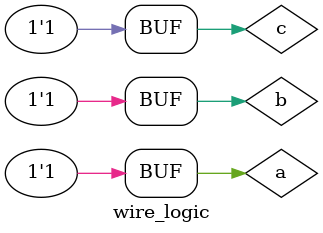
<source format=sv>


module wire_logic;

wire a;
logic b;
reg c;

assign c=1;

assign a=1;
assign a=0;

initial
begin
	b=0;
end	

initial
begin
	b=1;
end
endmodule

</source>
